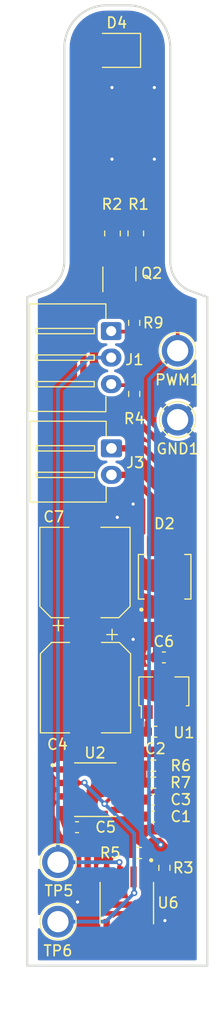
<source format=kicad_pcb>
(kicad_pcb (version 20221018) (generator pcbnew)
  (layers (0 "F.Cu" signal) (31 "B.Cu" signal) (34 "B.Paste" user) (35 "F.Paste" user) (36 "B.SilkS" user "B.Silkscreen") (37 "F.SilkS" user "F.Silkscreen") (38 "B.Mask" user) (39 "F.Mask" user) (44 "Edge.Cuts" user))
  (net 0 "")
  (net 1 "GND")
  (net 2 "Net-(U2-CONT)")
  (net 3 "VCC")
  (net 4 "Net-(U2-THRES)")
  (net 5 "+5V")
  (net 6 "Net-(J3-Pin_1)")
  (net 7 "Net-(J3-Pin_2)")
  (net 8 "PWM")
  (net 9 "Net-(U2-DISCH)")
  (net 14 "Net-(Q2-D)")
  (net 15 "Net-(U6-1OUT)")
  (net 16 "Net-(J1-Pin_1)")
  (net 17 "Net-(J1-Pin_2)")
  (net 18 "Net-(J1-Pin_3)")
  (net 19 "Net-(D4-K)")
  (footprint "Capacitor_SMD:C_0603_1608Metric" (layer "F.Cu") (at 103.375 123.6)
    (fp_text reference "C3" (at 2.625 0 unlocked) (layer "F.SilkS") (effects (font (thickness 0.16))))
    (fp_text value "100n")
    (fp_line (start -0.14058 -0.51) (end 0.14058 -0.51) (stroke (width 0.12)) (layer "F.SilkS"))
    (fp_line (start -0.14058 0.51) (end 0.14058 0.51) (stroke (width 0.12)) (layer "F.SilkS"))
    (pad "1" smd roundrect (at -0.775 0) (size 0.9 0.95) (layers "F.Cu" "F.Paste" "F.Mask") (net 4 "Net-(U2-THRES)"))
    (pad "2" smd roundrect (at 0.775 0) (size 0.9 0.95) (layers "F.Cu" "F.Paste" "F.Mask") (net 1 "GND"))
  )
  (footprint "Resistor_SMD:R_0603_1608Metric" (layer "F.Cu") (at 103.4 122)
    (fp_text reference "R7" (at 2.575 0 unlocked) (layer "F.SilkS") (effects (font (thickness 0.16))))
    (fp_text value "20k")
    (fp_line (start -0.237258 -0.5225) (end 0.237258 -0.5225) (stroke (width 0.12)) (layer "F.SilkS"))
    (fp_line (start -0.237258 0.5225) (end 0.237258 0.5225) (stroke (width 0.12)) (layer "F.SilkS"))
    (pad "1" smd roundrect (at -0.825 0) (size 0.8 0.95) (layers "F.Cu" "F.Paste" "F.Mask") (net 9 "Net-(U2-DISCH)"))
    (pad "2" smd roundrect (at 0.825 0) (size 0.8 0.95) (layers "F.Cu" "F.Paste" "F.Mask") (net 4 "Net-(U2-THRES)"))
  )
  (footprint "Package_TO_SOT_SMD:SOT-89-3" (layer "F.Cu") (at 104.4 113.4 90)
    (fp_text reference "U1" (at -3.9 1.9 unlocked) (layer "F.SilkS") (effects (font (thickness 0.16))))
    (fp_text value "HT75xx-1-SOT89")
    (fp_line (start -2.5 -2.13) (end -1.36 -2.13) (stroke (width 0.12)) (layer "F.SilkS"))
    (fp_line (start -1.36 -2.36) (end -1.36 -2.13) (stroke (width 0.12)) (layer "F.SilkS"))
    (fp_line (start -1.36 -2.36) (end 1.36 -2.36) (stroke (width 0.12)) (layer "F.SilkS"))
    (fp_line (start -1.36 2.36) (end -1.36 2.13) (stroke (width 0.12)) (layer "F.SilkS"))
    (fp_line (start 1.36 -2.36) (end 1.36 -1.05) (stroke (width 0.12)) (layer "F.SilkS"))
    (fp_line (start 1.36 1.05) (end 1.36 2.36) (stroke (width 0.12)) (layer "F.SilkS"))
    (fp_line (start 1.36 2.36) (end -1.36 2.36) (stroke (width 0.12)) (layer "F.SilkS"))
    (pad "1" smd rect (at -1.95 -1.5 90) (size 1.3 0.9) (layers "F.Cu" "F.Paste" "F.Mask") (net 1 "GND"))
    (pad "2" smd custom (at -1.8625 0 90) (size 1.475 0.9) (layers "F.Cu" "F.Paste" "F.Mask") (net 3 "VCC") (options (clearance outline) (anchor rect)) (primitives (gr_poly (pts (xy 3.8625 0.8665) (xy 0.7375 0.8665) (xy 0.7375 -0.8665) (xy 3.8625 -0.8665)) (width 0) (fill yes))))
    (pad "3" smd rect (at -1.95 1.5 90) (size 1.3 0.9) (layers "F.Cu" "F.Paste" "F.Mask") (net 5 "+5V"))
  )
  (footprint "Resistor_SMD:R_0805_2012Metric" (layer "F.Cu") (at 99.55 70.25 -90)
    (fp_text reference "R2" (at -2.75 0.05 unlocked) (layer "F.SilkS") (effects (font (thickness 0.16))))
    (fp_text value "100")
    (fp_line (start -0.227064 -0.735) (end 0.227064 -0.735) (stroke (width 0.12)) (layer "F.SilkS"))
    (fp_line (start -0.227064 0.735) (end 0.227064 0.735) (stroke (width 0.12)) (layer "F.SilkS"))
    (pad "1" smd roundrect (at -0.9125 0 270) (size 1.025 1.4) (layers "F.Cu" "F.Paste" "F.Mask") (roundrect_rratio 0.243902439) (net 19 "Net-(D4-K)"))
    (pad "2" smd roundrect (at 0.9125 0 270) (size 1.025 1.4) (layers "F.Cu" "F.Paste" "F.Mask") (roundrect_rratio 0.243902439) (net 14 "Net-(Q2-D)"))
  )
  (footprint "Capacitor_SMD:C_0603_1608Metric" (layer "F.Cu") (at 103.375 125.2 180)
    (fp_text reference "C1" (at -2.625 0 unlocked) (layer "F.SilkS") (effects (font (thickness 0.16))))
    (fp_text value "10n")
    (fp_line (start -0.14058 -0.51) (end 0.14058 -0.51) (stroke (width 0.12)) (layer "F.SilkS"))
    (fp_line (start -0.14058 0.51) (end 0.14058 0.51) (stroke (width 0.12)) (layer "F.SilkS"))
    (pad "1" smd roundrect (at -0.775 0 180) (size 0.9 0.95) (layers "F.Cu" "F.Paste" "F.Mask") (net 1 "GND"))
    (pad "2" smd roundrect (at 0.775 0 180) (size 0.9 0.95) (layers "F.Cu" "F.Paste" "F.Mask") (net 2 "Net-(U2-CONT)"))
  )
  (footprint "LM358DR:SOIC127P599X175-8N" (layer "F.Cu") (at 100.9 133.355 -90)
    (fp_text reference "U6" (at -0.025 -3.9 unlocked) (layer "F.SilkS") (effects (font (thickness 0.16))))
    (fp_text value "LM358DR")
    (fp_line (start -1.95 -2.525) (end 1.95 -2.525) (stroke (width 0.127)) (layer "F.SilkS"))
    (fp_line (start -1.95 2.525) (end 1.95 2.525) (stroke (width 0.127)) (layer "F.SilkS"))
    (fp_circle (center -4.04 -2.305) (end -3.94 -2.305) (stroke (width 0.2)) (fill none) (layer "F.SilkS"))
    (pad "1" smd roundrect (at -2.47 -1.905 270) (size 1.97 0.6) (layers "F.Cu" "F.Paste" "F.Mask") (roundrect_rratio 0.07) (net 15 "Net-(U6-1OUT)"))
    (pad "2" smd roundrect (at -2.47 -0.635 270) (size 1.97 0.6) (layers "F.Cu" "F.Paste" "F.Mask") (roundrect_rratio 0.07) (net 4 "Net-(U2-THRES)"))
    (pad "3" smd roundrect (at -2.47 0.635 270) (size 1.97 0.6) (layers "F.Cu" "F.Paste" "F.Mask") (roundrect_rratio 0.07) (net 17 "Net-(J1-Pin_2)"))
    (pad "4" smd roundrect (at -2.47 1.905 270) (size 1.97 0.6) (layers "F.Cu" "F.Paste" "F.Mask") (roundrect_rratio 0.07) (net 1 "GND"))
    (pad "5" smd roundrect (at 2.47 1.905 270) (size 1.97 0.6) (layers "F.Cu" "F.Paste" "F.Mask") (roundrect_rratio 0.07))
    (pad "6" smd roundrect (at 2.47 0.635 270) (size 1.97 0.6) (layers "F.Cu" "F.Paste" "F.Mask") (roundrect_rratio 0.07))
    (pad "7" smd roundrect (at 2.47 -0.635 270) (size 1.97 0.6) (layers "F.Cu" "F.Paste" "F.Mask") (roundrect_rratio 0.07))
    (pad "8" smd roundrect (at 2.47 -1.905 270) (size 1.97 0.6) (layers "F.Cu" "F.Paste" "F.Mask") (roundrect_rratio 0.07) (net 5 "+5V"))
  )
  (footprint "Capacitor_SMD:CP_Elec_8x6.5" (layer "F.Cu") (at 97 113.05 -90)
    (fp_text reference "C4" (at 5.35 2.65 unlocked) (layer "F.SilkS") (effects (font (thickness 0.16))))
    (fp_text value "220u")
    (fp_line (start -5.5 -2.51) (end -4.5 -2.51) (stroke (width 0.12)) (layer "F.SilkS"))
    (fp_line (start -5 -3.01) (end -5 -2.01) (stroke (width 0.12)) (layer "F.SilkS"))
    (fp_line (start -4.26 -3.195563) (end -4.26 -1.51) (stroke (width 0.12)) (layer "F.SilkS"))
    (fp_line (start -4.26 -3.195563) (end -3.195563 -4.26) (stroke (width 0.12)) (layer "F.SilkS"))
    (fp_line (start -4.26 3.195563) (end -4.26 1.51) (stroke (width 0.12)) (layer "F.SilkS"))
    (fp_line (start -4.26 3.195563) (end -3.195563 4.26) (stroke (width 0.12)) (layer "F.SilkS"))
    (fp_line (start -3.195563 -4.26) (end 4.26 -4.26) (stroke (width 0.12)) (layer "F.SilkS"))
    (fp_line (start -3.195563 4.26) (end 4.26 4.26) (stroke (width 0.12)) (layer "F.SilkS"))
    (fp_line (start 4.26 -4.26) (end 4.26 -1.51) (stroke (width 0.12)) (layer "F.SilkS"))
    (fp_line (start 4.26 4.26) (end 4.26 1.51) (stroke (width 0.12)) (layer "F.SilkS"))
    (pad "1" smd roundrect (at -3.05 0 270) (size 4 2.5) (layers "F.Cu" "F.Paste" "F.Mask") (roundrect_rratio 0.1) (net 3 "VCC"))
    (pad "2" smd roundrect (at 3.05 0 270) (size 4 2.5) (layers "F.Cu" "F.Paste" "F.Mask") (roundrect_rratio 0.1) (net 1 "GND"))
  )
  (footprint "Resistor_SMD:R_0603_1608Metric" (layer "F.Cu") (at 101.6 78.675 90)
    (fp_text reference "R9" (at 0 1.8 unlocked) (layer "F.SilkS") (effects (font (thickness 0.16))))
    (fp_text value "22k")
    (fp_line (start -0.237258 -0.5225) (end 0.237258 -0.5225) (stroke (width 0.12)) (layer "F.SilkS"))
    (fp_line (start -0.237258 0.5225) (end 0.237258 0.5225) (stroke (width 0.12)) (layer "F.SilkS"))
    (pad "1" smd roundrect (at -0.825 0 90) (size 0.8 0.95) (layers "F.Cu" "F.Paste" "F.Mask") (net 16 "Net-(J1-Pin_1)"))
    (pad "2" smd roundrect (at 0.825 0 90) (size 0.8 0.95) (layers "F.Cu" "F.Paste" "F.Mask") (net 1 "GND"))
  )
  (footprint "led:LED_2835" (layer "F.Cu") (at 100 53 180)
    (fp_text reference "D4" (at 0.05 2.6 unlocked) (layer "F.SilkS") (effects (font (thickness 0.16))))
    (fp_text value "LED")
    (fp_line (start -2.2 -1.6) (end -2.2 1.6) (stroke (width 0.12)) (layer "F.SilkS"))
    (fp_line (start 1.4 -1.6) (end -2.2 -1.6) (stroke (width 0.12)) (layer "F.SilkS"))
    (fp_line (start 1.4 1.6) (end -2.2 1.6) (stroke (width 0.12)) (layer "F.SilkS"))
    (pad "1" smd rect (at -0.9 0 180) (size 2.2 2.2) (layers "F.Cu" "F.Paste" "F.Mask") (net 19 "Net-(D4-K)"))
    (pad "2" smd rect (at 1.375 0 180) (size 1.25 2.2) (layers "F.Cu" "F.Paste" "F.Mask") (net 5 "+5V"))
  )
  (footprint "Resistor_SMD:R_0805_2012Metric" (layer "F.Cu") (at 101.75 70.25 -90)
    (fp_text reference "R1" (at -2.75 -0.25 unlocked) (layer "F.SilkS") (effects (font (thickness 0.16))))
    (fp_text value "100")
    (fp_line (start -0.227064 -0.735) (end 0.227064 -0.735) (stroke (width 0.12)) (layer "F.SilkS"))
    (fp_line (start -0.227064 0.735) (end 0.227064 0.735) (stroke (width 0.12)) (layer "F.SilkS"))
    (pad "1" smd roundrect (at -0.9125 0 270) (size 1.025 1.4) (layers "F.Cu" "F.Paste" "F.Mask") (roundrect_rratio 0.243902439) (net 19 "Net-(D4-K)"))
    (pad "2" smd roundrect (at 0.9125 0 270) (size 1.025 1.4) (layers "F.Cu" "F.Paste" "F.Mask") (roundrect_rratio 0.243902439) (net 14 "Net-(Q2-D)"))
  )
  (footprint "xh-custom:JST_XH_S2B-A-no-support" (layer "F.Cu") (at 99.45 90.5 -90)
    (fp_text reference "J3" (at 1.35 -2.25 unlocked) (layer "F.SilkS") (effects (font (thickness 0.16))))
    (fp_text value "Conn_01x02_Socket")
    (fp_line (start -2.56 7.71) (end -2.55 0.5) (stroke (width 0.12)) (layer "F.SilkS"))
    (fp_line (start -2.55 0.5) (end -1.13 0.5) (stroke (width 0.12)) (layer "F.SilkS"))
    (fp_line (start -0.25 1.6) (end -0.25 7.1) (stroke (width 0.12)) (layer "F.SilkS"))
    (fp_line (start -0.25 7.1) (end 0.25 7.1) (stroke (width 0.12)) (layer "F.SilkS"))
    (fp_line (start 0.25 1.6) (end -0.25 1.6) (stroke (width 0.12)) (layer "F.SilkS"))
    (fp_line (start 0.25 7.1) (end 0.25 1.6) (stroke (width 0.12)) (layer "F.SilkS"))
    (fp_line (start 1.25 7.71) (end -2.56 7.71) (stroke (width 0.12)) (layer "F.SilkS"))
    (fp_line (start 1.25 7.71) (end 5.06 7.71) (stroke (width 0.12)) (layer "F.SilkS"))
    (fp_line (start 2.25 1.6) (end 2.25 7.1) (stroke (width 0.12)) (layer "F.SilkS"))
    (fp_line (start 2.25 7.1) (end 2.75 7.1) (stroke (width 0.12)) (layer "F.SilkS"))
    (fp_line (start 2.75 1.6) (end 2.25 1.6) (stroke (width 0.12)) (layer "F.SilkS"))
    (fp_line (start 2.75 7.1) (end 2.75 1.6) (stroke (width 0.12)) (layer "F.SilkS"))
    (fp_line (start 5.06 0.5) (end 3.64 0.5) (stroke (width 0.12)) (layer "F.SilkS"))
    (fp_line (start 5.06 7.71) (end 5.06 0.5) (stroke (width 0.12)) (layer "F.SilkS"))
    (pad "1" thru_hole roundrect (at 0 0 270) (size 1.7 2) (drill 1) (layers "*.Cu" "*.Mask") (roundrect_rratio 0.1470588235) (net 6 "Net-(J3-Pin_1)"))
    (pad "2" thru_hole oval (at 2.5 0 270) (size 1.7 2) (drill 1) (layers "*.Cu" "*.Mask") (net 7 "Net-(J3-Pin_2)"))
  )
  (footprint "Package_TO_SOT_SMD:SOT-23" (layer "F.Cu") (at 100.2 74.0625 90)
    (fp_text reference "Q2" (at 0.0625 3.05 unlocked) (layer "F.SilkS") (effects (font (thickness 0.16))))
    (fp_text value "AO3400A")
    (fp_line (start 0 -1.56) (end -1.675 -1.56) (stroke (width 0.12)) (layer "F.SilkS"))
    (fp_line (start 0 -1.56) (end 0.65 -1.56) (stroke (width 0.12)) (layer "F.SilkS"))
    (fp_line (start 0 1.56) (end -0.65 1.56) (stroke (width 0.12)) (layer "F.SilkS"))
    (fp_line (start 0 1.56) (end 0.65 1.56) (stroke (width 0.12)) (layer "F.SilkS"))
    (pad "1" smd roundrect (at -0.9375 -0.95 90) (size 1.475 0.6) (layers "F.Cu" "F.Paste" "F.Mask") (net 8 "PWM"))
    (pad "2" smd roundrect (at -0.9375 0.95 90) (size 1.475 0.6) (layers "F.Cu" "F.Paste" "F.Mask") (net 1 "GND"))
    (pad "3" smd roundrect (at 0.9375 0 90) (size 1.475 0.6) (layers "F.Cu" "F.Paste" "F.Mask") (net 14 "Net-(Q2-D)"))
  )
  (footprint "NE555DR:SOIC127P599X175-8N" (layer "F.Cu") (at 97.93 122.665)
    (fp_text reference "U2" (at -0.03 -3.465 unlocked) (layer "F.SilkS") (effects (font (thickness 0.16))))
    (fp_text value "NE555DR")
    (fp_line (start -1.95 -2.525) (end 1.95 -2.525) (stroke (width 0.127)) (layer "F.SilkS"))
    (fp_line (start -1.95 2.525) (end 1.95 2.525) (stroke (width 0.127)) (layer "F.SilkS"))
    (fp_circle (center -4.04 -2.305) (end -3.94 -2.305) (stroke (width 0.2)) (fill none) (layer "F.SilkS"))
    (pad "1" smd roundrect (at -2.47 -1.905) (size 1.97 0.6) (layers "F.Cu" "F.Paste" "F.Mask") (roundrect_rratio 0.07) (net 1 "GND"))
    (pad "2" smd roundrect (at -2.47 -0.635) (size 1.97 0.6) (layers "F.Cu" "F.Paste" "F.Mask") (roundrect_rratio 0.07) (net 4 "Net-(U2-THRES)"))
    (pad "3" smd roundrect (at -2.47 0.635) (size 1.97 0.6) (layers "F.Cu" "F.Paste" "F.Mask") (roundrect_rratio 0.07))
    (pad "4" smd roundrect (at -2.47 1.905) (size 1.97 0.6) (layers "F.Cu" "F.Paste" "F.Mask") (roundrect_rratio 0.07) (net 5 "+5V"))
    (pad "5" smd roundrect (at 2.47 1.905) (size 1.97 0.6) (layers "F.Cu" "F.Paste" "F.Mask") (roundrect_rratio 0.07) (net 2 "Net-(U2-CONT)"))
    (pad "6" smd roundrect (at 2.47 0.635) (size 1.97 0.6) (layers "F.Cu" "F.Paste" "F.Mask") (roundrect_rratio 0.07) (net 4 "Net-(U2-THRES)"))
    (pad "7" smd roundrect (at 2.47 -0.635) (size 1.97 0.6) (layers "F.Cu" "F.Paste" "F.Mask") (roundrect_rratio 0.07) (net 9 "Net-(U2-DISCH)"))
    (pad "8" smd roundrect (at 2.47 -1.905) (size 1.97 0.6) (layers "F.Cu" "F.Paste" "F.Mask") (roundrect_rratio 0.07) (net 5 "+5V"))
  )
  (footprint "xh-custom:JST_XH_S3B-A-no-support" (layer "F.Cu") (at 99.475 79.45 -90)
    (fp_text reference "J1" (at 2.7 -2.15 unlocked) (layer "F.SilkS") (effects (font (thickness 0.16))))
    (fp_text value "Conn_01x03_Socket")
    (fp_line (start -2.56 0.55) (end -1.14 0.55) (stroke (width 0.12)) (layer "F.SilkS"))
    (fp_line (start -2.56 7.76) (end -2.56 0.55) (stroke (width 0.12)) (layer "F.SilkS"))
    (fp_line (start -0.25 1.65) (end -0.25 7.15) (stroke (width 0.12)) (layer "F.SilkS"))
    (fp_line (start -0.25 7.15) (end 0.25 7.15) (stroke (width 0.12)) (layer "F.SilkS"))
    (fp_line (start 0.25 1.65) (end -0.25 1.65) (stroke (width 0.12)) (layer "F.SilkS"))
    (fp_line (start 0.25 7.15) (end 0.25 1.65) (stroke (width 0.12)) (layer "F.SilkS"))
    (fp_line (start 2.25 1.65) (end 2.25 7.15) (stroke (width 0.12)) (layer "F.SilkS"))
    (fp_line (start 2.25 7.15) (end 2.75 7.15) (stroke (width 0.12)) (layer "F.SilkS"))
    (fp_line (start 2.5 7.76) (end -2.56 7.76) (stroke (width 0.12)) (layer "F.SilkS"))
    (fp_line (start 2.5 7.76) (end 7.56 7.76) (stroke (width 0.12)) (layer "F.SilkS"))
    (fp_line (start 2.75 1.65) (end 2.25 1.65) (stroke (width 0.12)) (layer "F.SilkS"))
    (fp_line (start 2.75 7.15) (end 2.75 1.65) (stroke (width 0.12)) (layer "F.SilkS"))
    (fp_line (start 4.75 1.65) (end 4.75 7.15) (stroke (width 0.12)) (layer "F.SilkS"))
    (fp_line (start 4.75 7.15) (end 5.25 7.15) (stroke (width 0.12)) (layer "F.SilkS"))
    (fp_line (start 5.25 1.65) (end 4.75 1.65) (stroke (width 0.12)) (layer "F.SilkS"))
    (fp_line (start 5.25 7.15) (end 5.25 1.65) (stroke (width 0.12)) (layer "F.SilkS"))
    (fp_line (start 7.56 7.76) (end 7.6 0.55) (stroke (width 0.12)) (layer "F.SilkS"))
    (fp_line (start 7.6 0.55) (end 6.18 0.55) (stroke (width 0.12)) (layer "F.SilkS"))
    (pad "1" thru_hole roundrect (at 0 0.05 270) (size 1.7 1.95) (drill 0.95) (layers "*.Cu" "*.Mask") (roundrect_rratio 0.1470588235) (net 16 "Net-(J1-Pin_1)"))
    (pad "2" thru_hole oval (at 2.5 0.05 270) (size 1.7 1.95) (drill 0.95) (layers "*.Cu" "*.Mask") (net 17 "Net-(J1-Pin_2)"))
    (pad "3" thru_hole oval (at 5 0.05 270) (size 1.7 1.95) (drill 0.95) (layers "*.Cu" "*.Mask") (net 18 "Net-(J1-Pin_3)"))
  )
  (footprint "MB10S:SOIC245P670X290-4N" (layer "F.Cu") (at 104.475 102.6 90)
    (fp_text reference "D2" (at 5 -0.025 unlocked) (layer "F.SilkS") (effects (font (thickness 0.16))))
    (fp_text value "MB10S")
    (fp_line (start -2.1 -2.48) (end 2.1 -2.48) (stroke (width 0.127)) (layer "F.SilkS"))
    (fp_line (start -2.1 -1.95) (end -2.1 -2.48) (stroke (width 0.127)) (layer "F.SilkS"))
    (fp_line (start -2.1 1.9) (end -2.1 2.48) (stroke (width 0.127)) (layer "F.SilkS"))
    (fp_line (start -2.1 2.48) (end 2.1 2.48) (stroke (width 0.127)) (layer "F.SilkS"))
    (fp_line (start 2.1 -2.48) (end 2.1 -1.9) (stroke (width 0.127)) (layer "F.SilkS"))
    (fp_line (start 2.1 2.48) (end 2.1 1.9) (stroke (width 0.127)) (layer "F.SilkS"))
    (fp_circle (center -3.1 -2.2) (end -3 -2.2) (stroke (width 0.2)) (fill none) (layer "F.SilkS"))
    (pad "1" smd roundrect (at -2.9 -1.225 90) (size 1.91 0.91) (layers "F.Cu" "F.Paste" "F.Mask") (roundrect_rratio 0.1) (net 3 "VCC"))
    (pad "2" smd roundrect (at -2.9 1.225 90) (size 1.91 0.91) (layers "F.Cu" "F.Paste" "F.Mask") (roundrect_rratio 0.1) (net 1 "GND"))
    (pad "3" smd roundrect (at 2.9 1.225 90) (size 1.91 0.91) (layers "F.Cu" "F.Paste" "F.Mask") (roundrect_rratio 0.1) (net 6 "Net-(J3-Pin_1)"))
    (pad "4" smd roundrect (at 2.9 -1.225 90) (size 1.91 0.91) (layers "F.Cu" "F.Paste" "F.Mask") (roundrect_rratio 0.1) (net 7 "Net-(J3-Pin_2)"))
  )
  (footprint "Resistor_SMD:R_0603_1608Metric" (layer "F.Cu") (at 102.05 128.63)
    (fp_text reference "R5" (at -2.715 0 unlocked) (layer "F.SilkS") (effects (font (thickness 0.16))))
    (fp_text value "10k")
    (fp_line (start -0.237258 -0.5225) (end 0.237258 -0.5225) (stroke (width 0.12)) (layer "F.SilkS"))
    (fp_line (start -0.237258 0.5225) (end 0.237258 0.5225) (stroke (width 0.12)) (layer "F.SilkS"))
    (pad "1" smd roundrect (at -0.825 0) (size 0.8 0.95) (layers "F.Cu" "F.Paste" "F.Mask") (net 1 "GND"))
    (pad "2" smd roundrect (at 0.825 0) (size 0.8 0.95) (layers "F.Cu" "F.Paste" "F.Mask") (net 8 "PWM"))
  )
  (footprint "Capacitor_SMD:C_0603_1608Metric" (layer "F.Cu") (at 96.2 126.2)
    (fp_text reference "C5" (at 2.7 0 unlocked) (layer "F.SilkS") (effects (font (thickness 0.16))))
    (fp_text value "100n")
    (fp_line (start -0.14058 -0.51) (end 0.14058 -0.51) (stroke (width 0.12)) (layer "F.SilkS"))
    (fp_line (start -0.14058 0.51) (end 0.14058 0.51) (stroke (width 0.12)) (layer "F.SilkS"))
    (pad "1" smd roundrect (at -0.775 0) (size 0.9 0.95) (layers "F.Cu" "F.Paste" "F.Mask") (net 5 "+5V"))
    (pad "2" smd roundrect (at 0.775 0) (size 0.9 0.95) (layers "F.Cu" "F.Paste" "F.Mask") (net 1 "GND"))
  )
  (footprint "Resistor_SMD:R_0603_1608Metric" (layer "F.Cu") (at 103.4 120.4 180)
    (fp_text reference "R6" (at -2.6 0 unlocked) (layer "F.SilkS") (effects (font (thickness 0.16))))
    (fp_text value "20k")
    (fp_line (start -0.237258 -0.5225) (end 0.237258 -0.5225) (stroke (width 0.12)) (layer "F.SilkS"))
    (fp_line (start -0.237258 0.5225) (end 0.237258 0.5225) (stroke (width 0.12)) (layer "F.SilkS"))
    (pad "1" smd roundrect (at -0.825 0 180) (size 0.8 0.95) (layers "F.Cu" "F.Paste" "F.Mask") (net 5 "+5V"))
    (pad "2" smd roundrect (at 0.825 0 180) (size 0.8 0.95) (layers "F.Cu" "F.Paste" "F.Mask") (net 9 "Net-(U2-DISCH)"))
  )
  (footprint "TestPoint:TestPoint_Plated_Hole_D2.0mm" (layer "F.Cu") (at 94.4 135.1)
    (fp_text reference "TP6" (at 0 2.75 unlocked) (layer "F.SilkS") (effects (font (thickness 0.16))))
    (fp_text value "TestPoint")
    (fp_circle (center 0 0) (end 0 -1.7) (stroke (width 0.12)) (fill none) (layer "F.SilkS"))
    (pad "1" thru_hole circle (at 0 0) (size 3 3) (drill 2) (layers "*.Cu" "*.Mask") (net 4 "Net-(U2-THRES)"))
  )
  (footprint "Resistor_SMD:R_0603_1608Metric" (layer "F.Cu") (at 101.6 85.375 90)
    (fp_text reference "R4" (at -2.325 0 unlocked) (layer "F.SilkS") (effects (font (thickness 0.16))))
    (fp_text value "22k")
    (fp_line (start -0.237258 -0.5225) (end 0.237258 -0.5225) (stroke (width 0.12)) (layer "F.SilkS"))
    (fp_line (start -0.237258 0.5225) (end 0.237258 0.5225) (stroke (width 0.12)) (layer "F.SilkS"))
    (pad "1" smd roundrect (at -0.825 0 90) (size 0.8 0.95) (layers "F.Cu" "F.Paste" "F.Mask") (net 5 "+5V"))
    (pad "2" smd roundrect (at 0.825 0 90) (size 0.8 0.95) (layers "F.Cu" "F.Paste" "F.Mask") (net 18 "Net-(J1-Pin_3)"))
  )
  (footprint "Resistor_SMD:R_0603_1608Metric" (layer "F.Cu") (at 104.45 130.03 -90)
    (fp_text reference "R3" (at 0 -1.785 unlocked) (layer "F.SilkS") (effects (font (thickness 0.16))))
    (fp_text value "1k")
    (fp_line (start -0.237258 -0.5225) (end 0.237258 -0.5225) (stroke (width 0.12)) (layer "F.SilkS"))
    (fp_line (start -0.237258 0.5225) (end 0.237258 0.5225) (stroke (width 0.12)) (layer "F.SilkS"))
    (pad "1" smd roundrect (at -0.825 0 270) (size 0.8 0.95) (layers "F.Cu" "F.Paste" "F.Mask") (net 8 "PWM"))
    (pad "2" smd roundrect (at 0.825 0 270) (size 0.8 0.95) (layers "F.Cu" "F.Paste" "F.Mask") (net 15 "Net-(U6-1OUT)"))
  )
  (footprint "Capacitor_SMD:CP_Elec_8x6.5" (layer "F.Cu") (at 96.95 102.2 90)
    (fp_text reference "C7" (at 5.25 -2.95 unlocked) (layer "F.SilkS") (effects (font (thickness 0.16))))
    (fp_text value "220u")
    (fp_line (start -5.5 -2.51) (end -4.5 -2.51) (stroke (width 0.12)) (layer "F.SilkS"))
    (fp_line (start -5 -3.01) (end -5 -2.01) (stroke (width 0.12)) (layer "F.SilkS"))
    (fp_line (start -4.26 -3.195563) (end -4.26 -1.51) (stroke (width 0.12)) (layer "F.SilkS"))
    (fp_line (start -4.26 -3.195563) (end -3.195563 -4.26) (stroke (width 0.12)) (layer "F.SilkS"))
    (fp_line (start -4.26 3.195563) (end -4.26 1.51) (stroke (width 0.12)) (layer "F.SilkS"))
    (fp_line (start -4.26 3.195563) (end -3.195563 4.26) (stroke (width 0.12)) (layer "F.SilkS"))
    (fp_line (start -3.195563 -4.26) (end 4.26 -4.26) (stroke (width 0.12)) (layer "F.SilkS"))
    (fp_line (start -3.195563 4.26) (end 4.26 4.26) (stroke (width 0.12)) (layer "F.SilkS"))
    (fp_line (start 4.26 -4.26) (end 4.26 -1.51) (stroke (width 0.12)) (layer "F.SilkS"))
    (fp_line (start 4.26 4.26) (end 4.26 1.51) (stroke (width 0.12)) (layer "F.SilkS"))
    (pad "1" smd roundrect (at -3.05 0 90) (size 4 2.5) (layers "F.Cu" "F.Paste" "F.Mask") (roundrect_rratio 0.1) (net 3 "VCC"))
    (pad "2" smd roundrect (at 3.05 0 90) (size 4 2.5) (layers "F.Cu" "F.Paste" "F.Mask") (roundrect_rratio 0.1) (net 1 "GND"))
  )
  (footprint "TestPoint:TestPoint_Plated_Hole_D2.0mm" (layer "F.Cu") (at 105.7 81.3)
    (fp_text reference "PWM1" (at 0 2.75 unlocked) (layer "F.SilkS") (effects (font (thickness 0.16))))
    (fp_text value "TestPoint")
    (fp_circle (center 0 0) (end 0 -1.7) (stroke (width 0.12)) (fill none) (layer "F.SilkS"))
    (pad "1" thru_hole circle (at 0 0) (size 3 3) (drill 2) (layers "*.Cu" "*.Mask") (net 8 "PWM"))
  )
  (footprint "TestPoint:TestPoint_Plated_Hole_D2.0mm" (layer "F.Cu") (at 105.7 87.8)
    (fp_text reference "GND1" (at 0 2.75 unlocked) (layer "F.SilkS") (effects (font (thickness 0.16))))
    (fp_text value "TestPoint")
    (fp_circle (center 0 0) (end 0 -1.7) (stroke (width 0.12)) (fill none) (layer "F.SilkS"))
    (pad "1" thru_hole circle (at 0 0) (size 3 3) (drill 2) (layers "*.Cu" "*.Mask") (net 1 "GND"))
  )
  (footprint "Capacitor_SMD:C_0603_1608Metric" (layer "F.Cu") (at 104.4 110.2 180)
    (fp_text reference "C6" (at 0 1.5 unlocked) (layer "F.SilkS") (effects (font (thickness 0.16))))
    (fp_text value "10u")
    (fp_line (start -0.14058 -0.51) (end 0.14058 -0.51) (stroke (width 0.12)) (layer "F.SilkS"))
    (fp_line (start -0.14058 0.51) (end 0.14058 0.51) (stroke (width 0.12)) (layer "F.SilkS"))
    (pad "1" smd roundrect (at -0.775 0 180) (size 0.9 0.95) (layers "F.Cu" "F.Paste" "F.Mask") (net 5 "+5V"))
    (pad "2" smd roundrect (at 0.775 0 180) (size 0.9 0.95) (layers "F.Cu" "F.Paste" "F.Mask") (net 1 "GND"))
  )
  (footprint "Capacitor_SMD:C_0603_1608Metric" (layer "F.Cu") (at 103.6 117.2 180)
    (fp_text reference "C2" (at 0 -1.6 unlocked) (layer "F.SilkS") (effects (font (thickness 0.16))))
    (fp_text value "10u")
    (fp_line (start -0.14058 -0.51) (end 0.14058 -0.51) (stroke (width 0.12)) (layer "F.SilkS"))
    (fp_line (start -0.14058 0.51) (end 0.14058 0.51) (stroke (width 0.12)) (layer "F.SilkS"))
    (pad "1" smd roundrect (at -0.775 0 180) (size 0.9 0.95) (layers "F.Cu" "F.Paste" "F.Mask") (net 3 "VCC"))
    (pad "2" smd roundrect (at 0.775 0 180) (size 0.9 0.95) (layers "F.Cu" "F.Paste" "F.Mask") (net 1 "GND"))
  )
  (footprint "TestPoint:TestPoint_Plated_Hole_D2.0mm" (layer "F.Cu") (at 94.4 129.5)
    (fp_text reference "TP5" (at 0.1 2.7 unlocked) (layer "F.SilkS") (effects (font (thickness 0.16))))
    (fp_text value "TestPoint")
    (fp_circle (center 0 0) (end 0 -1.7) (stroke (width 0.12)) (fill none) (layer "F.SilkS"))
    (pad "1" thru_hole circle (at 0 0) (size 3 3) (drill 2) (layers "*.Cu" "*.Mask") (net 17 "Net-(J1-Pin_2)"))
  )
  (gr_line (start 108.5 76.25) (end 108.5 139.25) (stroke (width 0.2)) (layer "Edge.Cuts"))
  (gr_line (start 108.5 139.25) (end 91.5 139.25) (stroke (width 0.2)) (layer "Edge.Cuts"))
  (gr_line (start 106.97394 75.6946) (end 108.5 76.25) (stroke (width 0.2)) (layer "Edge.Cuts"))
  (gr_line (start 99 48.75) (end 101 48.75) (stroke (width 0.2)) (layer "Edge.Cuts"))
  (gr_arc (start 95 72.8755) (mid 94.457456 74.596229) (end 93.02606 75.694578) (stroke (width 0.2)) (layer "Edge.Cuts"))
  (gr_arc (start 95 52.75) (mid 96.171573 49.921573) (end 99 48.75) (stroke (width 0.2)) (layer "Edge.Cuts"))
  (gr_line (start 91.5 76.25) (end 93.02606 75.6946) (stroke (width 0.2)) (layer "Edge.Cuts"))
  (gr_arc (start 106.97394 75.694578) (mid 105.542544 74.596229) (end 105 72.8755) (stroke (width 0.2)) (layer "Edge.Cuts"))
  (gr_arc (start 101 48.75) (mid 103.828427 49.921573) (end 105 52.75) (stroke (width 0.2)) (layer "Edge.Cuts"))
  (gr_line (start 105 52.75) (end 105 72.8755) (stroke (width 0.2)) (layer "Edge.Cuts"))
  (gr_line (start 91.5 76.25) (end 91.5 139.25) (stroke (width 0.2)) (layer "Edge.Cuts"))
  (gr_line (start 95 52.75) (end 95 72.8755) (stroke (width 0.2)) (layer "Edge.Cuts"))
  (via (at 103.5 56.5) (size 0.6) (drill 0.3) (layers "F.Cu" "B.Cu") (net 1))
  (via (at 100 97) (size 0.6) (drill 0.3) (layers "F.Cu" "B.Cu") (net 1))
  (via (at 104.5 135) (size 0.6) (drill 0.3) (layers "F.Cu" "B.Cu") (net 1))
  (via (at 101.5 95.75) (size 0.6) (drill 0.3) (layers "F.Cu" "B.Cu") (net 1))
  (via (at 99.5 56.5) (size 0.6) (drill 0.3) (layers "F.Cu" "B.Cu") (net 1))
  (via (at 103.5 63.25) (size 0.6) (drill 0.3) (layers "F.Cu" "B.Cu") (net 1))
  (via (at 99.5 63.25) (size 0.6) (drill 0.3) (layers "F.Cu" "B.Cu") (net 1))
  (via (at 101.5 108.5) (size 0.6) (drill 0.3) (layers "F.Cu" "B.Cu") (net 1))
  (via (at 96.25 133.25) (size 0.6) (drill 0.3) (layers "F.Cu" "B.Cu") (net 1))
  (segment (start 101.97 124.57) (end 102.6 125.2) (width 0.35) (layer "F.Cu") (net 2))
  (segment (start 100.4 124.57) (end 101.97 124.57) (width 0.35) (layer "F.Cu") (net 2))
  (segment (start 104.375 117.2) (end 104.375 115.2875) (width 0.6) (layer "F.Cu") (net 3))
  (segment (start 104.375 115.2875) (end 104.4 115.2625) (width 0.6) (layer "F.Cu") (net 3))
  (segment (start 101.8 123.3) (end 102.3 123.3) (width 0.35) (layer "F.Cu") (net 4))
  (segment (start 102.625 123.6) (end 104.225 122) (width 0.35) (layer "F.Cu") (net 4))
  (segment (start 101.6 132.4) (end 101.6 130.95) (width 0.35) (layer "F.Cu") (net 4))
  (segment (start 95.46 122.03) (end 96.87 122.03) (width 0.35) (layer "F.Cu") (net 4))
  (segment (start 99.5 123.3) (end 100.4 123.3) (width 0.35) (layer "F.Cu") (net 4))
  (segment (start 102.6 123.6) (end 102.625 123.6) (width 0.35) (layer "F.Cu") (net 4))
  (segment (start 98.8 124) (end 99.5 123.3) (width 0.35) (layer "F.Cu") (net 4))
  (segment (start 96.87 122.03) (end 96.9 122) (width 0.35) (layer "F.Cu") (net 4))
  (segment (start 102.3 123.3) (end 102.6 123.6) (width 0.35) (layer "F.Cu") (net 4))
  (segment (start 100.4 123.3) (end 101.8 123.3) (width 0.35) (layer "F.Cu") (net 4))
  (segment (start 101.6 130.95) (end 101.535 130.885) (width 0.35) (layer "F.Cu") (net 4))
  (via (at 98.8 124) (size 0.6) (drill 0.3) (layers "F.Cu" "B.Cu") (net 4))
  (via (at 101.6 132.4) (size 0.6) (drill 0.3) (layers "F.Cu" "B.Cu") (net 4))
  (via (at 96.9 122) (size 0.6) (drill 0.3) (layers "F.Cu" "B.Cu") (net 4))
  (segment (start 96.9 122) (end 96.9 122.1) (width 0.35) (layer "B.Cu") (net 4))
  (segment (start 101.6 126.8) (end 98.8 124) (width 0.35) (layer "B.Cu") (net 4))
  (segment (start 101.6 132.4) (end 101.6 126.8) (width 0.35) (layer "B.Cu") (net 4))
  (segment (start 94.4 135.1) (end 98.9 135.1) (width 0.35) (layer "B.Cu") (net 4))
  (segment (start 96.9 122.1) (end 98.8 124) (width 0.35) (layer "B.Cu") (net 4))
  (segment (start 98.9 135.1) (end 101.6 132.4) (width 0.35) (layer "B.Cu") (net 4))
  (segment (start 106.8 114.45) (end 106.8 111.825) (width 0.6) (layer "F.Cu") (net 5))
  (segment (start 97.2 127.975) (end 95.425 126.2) (width 0.6) (layer "F.Cu") (net 5))
  (segment (start 105.9 115.35) (end 106.8 114.45) (width 0.6) (layer "F.Cu") (net 5))
  (segment (start 101.6 86.2) (end 101.6 87.6) (width 0.6) (layer "F.Cu") (net 5))
  (segment (start 101.464999 133.5) (end 98.6 133.5) (width 0.6) (layer "F.Cu") (net 5))
  (segment (start 106.8 111.825) (end 105.175 110.2) (width 0.6) (layer "F.Cu") (net 5))
  (segment (start 98.6 87.6) (end 96.8 85.8) (width 0.6) (layer "F.Cu") (net 5))
  (segment (start 101.6 87.6) (end 98.6 87.6) (width 0.6) (layer "F.Cu") (net 5))
  (segment (start 106.8 92.8) (end 106.8 108.575) (width 0.6) (layer "F.Cu") (net 5))
  (segment (start 102.805 135.825) (end 102.805 134.840001) (width 0.6) (layer "F.Cu") (net 5))
  (segment (start 96.8 85.8) (end 96.8 54.825) (width 0.6) (layer "F.Cu") (net 5))
  (segment (start 101.6 87.6) (end 106.8 92.8) (width 0.6) (layer "F.Cu") (net 5))
  (segment (start 97.2 132.1) (end 97.2 127.975) (width 0.6) (layer "F.Cu") (net 5))
  (segment (start 105.9 118.725) (end 104.225 120.4) (width 0.6) (layer "F.Cu") (net 5))
  (segment (start 96.8 54.825) (end 98.625 53) (width 0.6) (layer "F.Cu") (net 5))
  (segment (start 105.9 115.35) (end 105.9 118.725) (width 0.6) (layer "F.Cu") (net 5))
  (segment (start 98.6 133.5) (end 97.2 132.1) (width 0.6) (layer "F.Cu") (net 5))
  (segment (start 106.8 108.575) (end 105.175 110.2) (width 0.6) (layer "F.Cu") (net 5))
  (segment (start 102.805 134.840001) (end 101.464999 133.5) (width 0.6) (layer "F.Cu") (net 5))
  (segment (start 99.45 90.5) (end 102.5 90.5) (width 0.6) (layer "F.Cu") (net 6))
  (segment (start 102.5 90.5) (end 105.7 93.7) (width 0.6) (layer "F.Cu") (net 6))
  (segment (start 105.7 93.7) (end 105.7 99.7) (width 0.6) (layer "F.Cu") (net 6))
  (segment (start 99.45 93) (end 101.2 93) (width 0.6) (layer "F.Cu") (net 7))
  (segment (start 101.2 93) (end 103.25 95.05) (width 0.6) (layer "F.Cu") (net 7))
  (segment (start 103.25 95.05) (end 103.25 99.7) (width 0.6) (layer "F.Cu") (net 7))
  (segment (start 100.85 76.6) (end 103.12132 76.6) (width 0.35) (layer "F.Cu") (net 8))
  (segment (start 105.7 79.17868) (end 105.7 81.3) (width 0.35) (layer "F.Cu") (net 8))
  (segment (start 103.12132 76.6) (end 105.7 79.17868) (width 0.35) (layer "F.Cu") (net 8))
  (segment (start 99.25 75) (end 100.85 76.6) (width 0.35) (layer "F.Cu") (net 8))
  (via (at 104.1 127.85) (size 0.6) (drill 0.3) (layers "F.Cu" "B.Cu") (net 8))
  (segment (start 103 84) (end 105.7 81.3) (width 0.35) (layer "B.Cu") (net 8))
  (segment (start 103 126.75) (end 103 84) (width 0.35) (layer "B.Cu") (net 8))
  (segment (start 104.1 127.85) (end 103 126.75) (width 0.35) (layer "B.Cu") (net 8))
  (segment (start 102.545 122.03) (end 102.575 122) (width 0.35) (layer "F.Cu") (net 9))
  (segment (start 100.4 122.03) (end 102.545 122.03) (width 0.35) (layer "F.Cu") (net 9))
  (segment (start 102.575 122) (end 102.575 120.4) (width 0.35) (layer "F.Cu") (net 9))
  (segment (start 99.55 71.1625) (end 101.75 71.1625) (width 0.6) (layer "F.Cu") (net 14))
  (segment (start 100.2 73.125) (end 100.2 71.8125) (width 0.6) (layer "F.Cu") (net 14))
  (segment (start 100.2 71.8125) (end 99.55 71.1625) (width 0.6) (layer "F.Cu") (net 14))
  (segment (start 104.42 130.885) (end 104.45 130.855) (width 0.35) (layer "F.Cu") (net 15))
  (segment (start 102.805 130.885) (end 104.42 130.885) (width 0.35) (layer "F.Cu") (net 15))
  (segment (start 99.475 79.9) (end 99.425 79.95) (width 0.35) (layer "F.Cu") (net 16))
  (segment (start 99.475 79.5) (end 99.425 79.45) (width 0.35) (layer "F.Cu") (net 16))
  (segment (start 101.6 79.5) (end 99.475 79.5) (width 0.35) (layer "F.Cu") (net 16))
  (segment (start 100.2 129.5) (end 100.2 130.82) (width 0.35) (layer "F.Cu") (net 17))
  (segment (start 100.2 130.82) (end 100.265 130.885) (width 0.35) (layer "F.Cu") (net 17))
  (via (at 100.2 129.5) (size 0.6) (drill 0.3) (layers "F.Cu" "B.Cu") (net 17))
  (segment (start 94.4 84.9) (end 94.4 129.5) (width 0.35) (layer "B.Cu") (net 17))
  (segment (start 99.425 81.95) (end 97.35 81.95) (width 0.35) (layer "B.Cu") (net 17))
  (segment (start 97.35 81.95) (end 94.4 84.9) (width 0.35) (layer "B.Cu") (net 17))
  (segment (start 94.4 129.5) (end 100.2 129.5) (width 0.35) (layer "B.Cu") (net 17))
  (segment (start 99.525 84.55) (end 99.425 84.45) (width 0.35) (layer "F.Cu") (net 18))
  (segment (start 101.6 84.55) (end 99.525 84.55) (width 0.35) (layer "F.Cu") (net 18))
  (segment (start 99.55 69.3375) (end 101.75 69.3375) (width 0.6) (layer "F.Cu") (net 19))
  (segment (start 101.75 69.3375) (end 101.75 53.85) (width 0.6) (layer "F.Cu") (net 19))
  (segment (start 101.75 53.85) (end 100.9 53) (width 0.6) (layer "F.Cu") (net 19))
  (zone (net 8) (net_name "PWM") (layer "F.Cu") (priority 1) (connect_pads yes (clearance 0.3)) (min_thickness 0.25) (fill yes (thermal_gap 0.5) (thermal_bridge_width 0.5))
    (polygon (pts (xy 102.4 129.2) (xy 104 129.8) (xy 105.1 129.8) (xy 105.1 128.2) (xy 104.1 127.2) (xy 103.1 127.2) (xy 102.4 128)))
  )
  (zone (net 3) (net_name "VCC") (layer "F.Cu") (priority 1) (connect_pads yes (clearance 0.3)) (min_thickness 0.25) (fill yes (thermal_gap 0.5) (thermal_bridge_width 0.5))
    (polygon (pts (xy 95.6 103.2) (xy 98.4 103.2) (xy 103.8 104.45) (xy 103.8 106.55) (xy 99.35 106.55) (xy 98.3 107.6) (xy 98.3 110.35) (xy 99.35 111.4) (xy 105.2 111.4) (xy 105.2 114.4) (xy 103.6 114.4) (xy 95.6 112.2)))
  )
  (zone (net 5) (net_name "+5V") (layer "F.Cu") (priority 1) (connect_pads yes (clearance 0.3)) (min_thickness 0.25) (fill yes (thermal_gap 0.5) (thermal_bridge_width 0.5))
    (polygon (pts (xy 97.1 120.5) (xy 97.1 123.80309) (xy 96.7 124.2) (xy 94.4 124.2) (xy 94.4 125) (xy 95 126.7) (xy 95.9 126.7) (xy 95.9 125.4) (xy 96.3 125) (xy 98 125) (xy 98.8 124.2) (xy 98.8 121.7) (xy 99.3 121.2) (xy 101.5 121.2) (xy 101.5 119.9) (xy 101.8 119.6) (xy 103.7 119.6) (xy 103.7 120.9) (xy 104.7 120.9) (xy 104.7 119.1) (xy 104.2 118.6) (xy 99 118.6)))
  )
  (zone (net 1) (net_name "GND") (layers "F&B.Cu") (connect_pads (clearance 0.3)) (min_thickness 0.25) (fill yes (thermal_gap 0.5) (thermal_bridge_width 0.5))
    (polygon (pts (xy 92.5 48.9) (xy 107.5 48.9) (xy 107.5 138.85) (xy 92.5 138.85)))
  )
)
</source>
